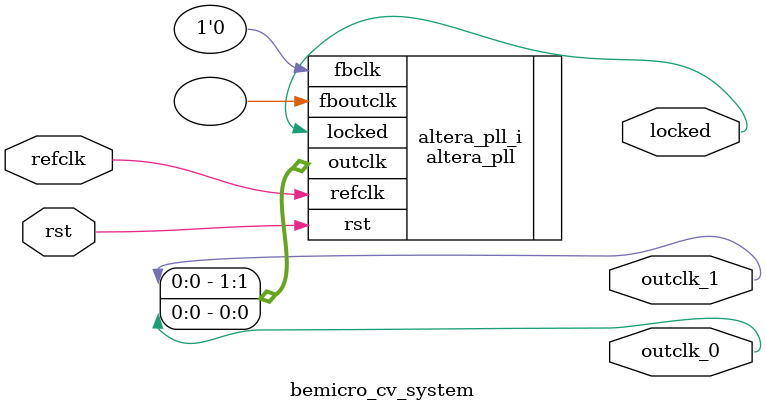
<source format=v>
`timescale 1ns/10ps
module  bemicro_cv_system(

	// interface 'refclk'
	input wire refclk,

	// interface 'reset'
	input wire rst,

	// interface 'outclk0'
	output wire outclk_0,

	// interface 'outclk1'
	output wire outclk_1,

	// interface 'locked'
	output wire locked
);

	altera_pll #(
		.fractional_vco_multiplier("false"),
		.reference_clock_frequency("50.0 MHz"),
		.operation_mode("normal"),
		.number_of_clocks(2),
		.output_clock_frequency0("50.0 MHz"),
		.phase_shift0("0 ps"),
		.duty_cycle0(50),
		.output_clock_frequency1("100.0 MHz"),
		.phase_shift1("0 ps"),
		.duty_cycle1(50),
		.output_clock_frequency2("0 MHz"),
		.phase_shift2("0 ps"),
		.duty_cycle2(50),
		.output_clock_frequency3("0 MHz"),
		.phase_shift3("0 ps"),
		.duty_cycle3(50),
		.output_clock_frequency4("0 MHz"),
		.phase_shift4("0 ps"),
		.duty_cycle4(50),
		.output_clock_frequency5("0 MHz"),
		.phase_shift5("0 ps"),
		.duty_cycle5(50),
		.output_clock_frequency6("0 MHz"),
		.phase_shift6("0 ps"),
		.duty_cycle6(50),
		.output_clock_frequency7("0 MHz"),
		.phase_shift7("0 ps"),
		.duty_cycle7(50),
		.output_clock_frequency8("0 MHz"),
		.phase_shift8("0 ps"),
		.duty_cycle8(50),
		.output_clock_frequency9("0 MHz"),
		.phase_shift9("0 ps"),
		.duty_cycle9(50),
		.output_clock_frequency10("0 MHz"),
		.phase_shift10("0 ps"),
		.duty_cycle10(50),
		.output_clock_frequency11("0 MHz"),
		.phase_shift11("0 ps"),
		.duty_cycle11(50),
		.output_clock_frequency12("0 MHz"),
		.phase_shift12("0 ps"),
		.duty_cycle12(50),
		.output_clock_frequency13("0 MHz"),
		.phase_shift13("0 ps"),
		.duty_cycle13(50),
		.output_clock_frequency14("0 MHz"),
		.phase_shift14("0 ps"),
		.duty_cycle14(50),
		.output_clock_frequency15("0 MHz"),
		.phase_shift15("0 ps"),
		.duty_cycle15(50),
		.output_clock_frequency16("0 MHz"),
		.phase_shift16("0 ps"),
		.duty_cycle16(50),
		.output_clock_frequency17("0 MHz"),
		.phase_shift17("0 ps"),
		.duty_cycle17(50),
		.pll_type("General"),
		.pll_subtype("General")
	) altera_pll_i (
		.outclk	({outclk_1, outclk_0}),
		.locked	(locked),
		.fboutclk	( ),
		.fbclk	(1'b0),
		.rst	(rst),
		.refclk	(refclk)
	);
endmodule


</source>
